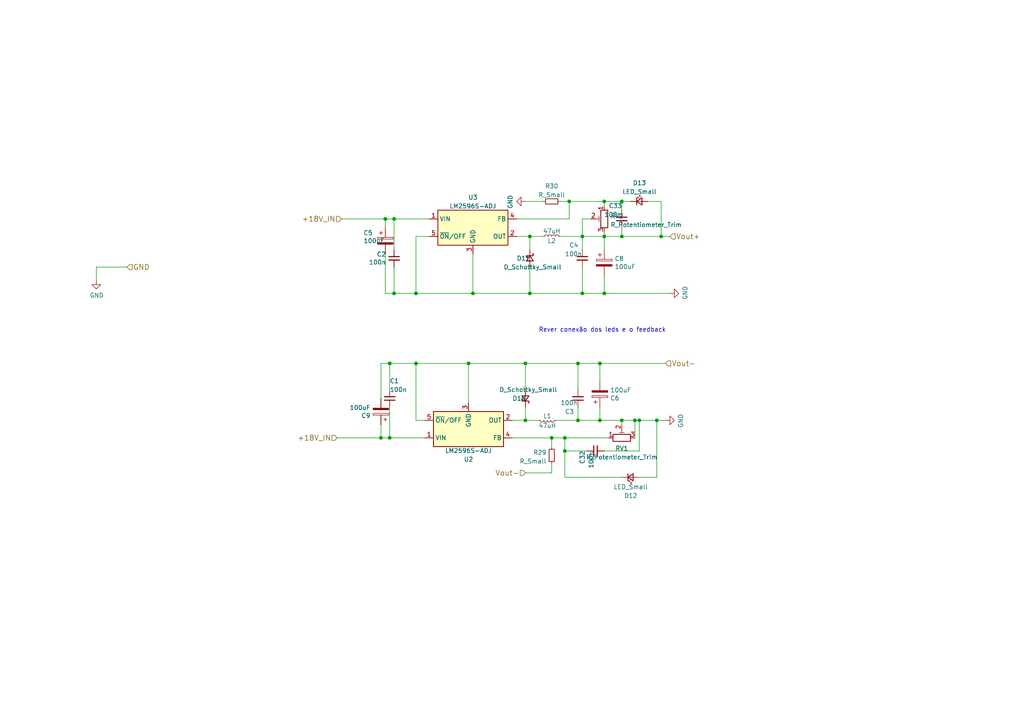
<source format=kicad_sch>
(kicad_sch (version 20211123) (generator eeschema)
  (paper "A4")
  (lib_symbols
    (symbol "Device:C_Polarized" (pin_numbers hide) (pin_names (offset 0.254))
      (property "Reference" "C" (at 0.635 2.54 0))
      (property "Value" "C_Polarized" (at 0.635 -2.54 0))
      (symbol "C_Polarized_0_1"
        (rectangle (start -2.286 0.508) (end 2.286 1.016))
        (polyline (pts (xy -1.778 2.286) (xy -0.762 2.286)))
        (polyline (pts (xy -1.27 2.794) (xy -1.27 1.778)))
        (rectangle (start 2.286 -0.508) (end -2.286 -1.016) (fill (type outline)))
      )
      (symbol "C_Polarized_1_1"
        (pin passive line (at 0 3.81 270) (length 2.794) (name "~") (number "1"))
        (pin passive line (at 0 -3.81 90) (length 2.794) (name "~") (number "2"))
      )
    )
    (symbol "Device:C_Small" (pin_numbers hide) (pin_names (offset 0.254) hide)
      (property "Reference" "C" (at 0.254 1.778 0))
      (property "Value" "C_Small" (at 0.254 -2.032 0))
      (symbol "C_Small_0_1"
        (polyline (pts (xy -1.524 -0.508) (xy 1.524 -0.508)) (stroke (width 0.3302)))
        (polyline (pts (xy -1.524 0.508) (xy 1.524 0.508)) (stroke (width 0.3048)))
      )
      (symbol "C_Small_1_1"
        (pin passive line (at 0 2.54 270) (length 2.032) (name "~") (number "1"))
        (pin passive line (at 0 -2.54 90) (length 2.032) (name "~") (number "2"))
      )
    )
    (symbol "Device:D_Schottky_Small" (pin_numbers hide) (pin_names (offset 0.254) hide)
      (property "Reference" "D" (at -1.27 2.032 0))
      (property "Value" "D_Schottky_Small" (at -7.112 -2.032 0))
      (symbol "D_Schottky_Small_0_1"
        (polyline (pts (xy -0.762 0) (xy 0.762 0)))
        (polyline (pts (xy 0.762 -1.016) (xy -0.762 0) (xy 0.762 1.016) (xy 0.762 -1.016)) (stroke (width 0.254)))
        (polyline (pts (xy -1.27 0.762) (xy -1.27 1.016) (xy -0.762 1.016) (xy -0.762 -1.016) (xy -0.254 -1.016) (xy -0.254 -0.762)) (stroke (width 0.254)))
      )
      (symbol "D_Schottky_Small_1_1"
        (pin passive line (at -2.54 0 0) (length 1.778) (name "K") (number "1"))
        (pin passive line (at 2.54 0 180) (length 1.778) (name "A") (number "2"))
      )
    )
    (symbol "Device:LED_Small" (pin_numbers hide) (pin_names (offset 0.254) hide)
      (property "Reference" "D" (at -1.27 3.175 0))
      (property "Value" "LED_Small" (at -4.445 -2.54 0))
      (symbol "LED_Small_0_1"
        (polyline (pts (xy -0.762 -1.016) (xy -0.762 1.016)) (stroke (width 0.254)))
        (polyline (pts (xy 1.016 0) (xy -0.762 0)))
        (polyline (pts (xy 0.762 -1.016) (xy -0.762 0) (xy 0.762 1.016) (xy 0.762 -1.016)) (stroke (width 0.254)))
        (polyline (pts (xy 0 0.762) (xy -0.508 1.27) (xy -0.254 1.27) (xy -0.508 1.27) (xy -0.508 1.016)))
        (polyline (pts (xy 0.508 1.27) (xy 0 1.778) (xy 0.254 1.778) (xy 0 1.778) (xy 0 1.524)))
      )
      (symbol "LED_Small_1_1"
        (pin passive line (at -2.54 0 0) (length 1.778) (name "K") (number "1"))
        (pin passive line (at 2.54 0 180) (length 1.778) (name "A") (number "2"))
      )
    )
    (symbol "Device:L_Small" (pin_numbers hide) (pin_names (offset 0.254) hide)
      (property "Reference" "L" (at 0.762 1.016 0))
      (property "Value" "L_Small" (at 0.762 -1.016 0))
      (symbol "L_Small_0_1"
        (arc (start 0 -2.032) (mid 0.508 -1.524) (end 0 -1.016))
        (arc (start 0 -1.016) (mid 0.508 -0.508) (end 0 0))
        (arc (start 0 0) (mid 0.508 0.508) (end 0 1.016))
        (arc (start 0 1.016) (mid 0.508 1.524) (end 0 2.032))
      )
      (symbol "L_Small_1_1"
        (pin passive line (at 0 2.54 270) (length 0.508) (name "~") (number "1"))
        (pin passive line (at 0 -2.54 90) (length 0.508) (name "~") (number "2"))
      )
    )
    (symbol "Device:R_Potentiometer_Trim" (pin_names (offset 1.016) hide)
      (property "Reference" "RV" (at -4.445 0 90))
      (property "Value" "R_Potentiometer_Trim" (at -2.54 0 90))
      (symbol "R_Potentiometer_Trim_0_1"
        (polyline (pts (xy 1.524 0.762) (xy 1.524 -0.762)))
        (polyline (pts (xy 2.54 0) (xy 1.524 0)))
        (rectangle (start 1.016 2.54) (end -1.016 -2.54) (stroke (width 0.254)))
      )
      (symbol "R_Potentiometer_Trim_1_1"
        (pin passive line (at 0 3.81 270) (length 1.27) (name "1") (number "1"))
        (pin passive line (at 3.81 0 180) (length 1.27) (name "2") (number "2"))
        (pin passive line (at 0 -3.81 90) (length 1.27) (name "3") (number "3"))
      )
    )
    (symbol "Device:R_Small" (pin_numbers hide) (pin_names (offset 0.254) hide)
      (property "Reference" "R" (at 0.762 0.508 0))
      (property "Value" "R_Small" (at 0.762 -1.016 0))
      (symbol "R_Small_0_1"
        (rectangle (start -0.762 1.778) (end 0.762 -1.778) (stroke (width 0.2032)))
      )
      (symbol "R_Small_1_1"
        (pin passive line (at 0 2.54 270) (length 0.762) (name "~") (number "1"))
        (pin passive line (at 0 -2.54 90) (length 0.762) (name "~") (number "2"))
      )
    )
    (symbol "Regulator_Switching:LM2596S-ADJ"
      (property "Reference" "U" (at -10.16 6.35 0))
      (property "Value" "LM2596S-ADJ" (at 0 6.35 0))
      (symbol "LM2596S-ADJ_0_1"
        (rectangle (start -10.16 5.08) (end 10.16 -5.08) (stroke (width 0.254)) (fill (type background)))
      )
      (symbol "LM2596S-ADJ_1_1"
        (pin power_in line (at -12.7 2.54 0) (length 2.54) (name "VIN") (number "1"))
        (pin output line (at 12.7 -2.54 180) (length 2.54) (name "OUT") (number "2"))
        (pin power_in line (at 0 -7.62 90) (length 2.54) (name "GND") (number "3"))
        (pin input line (at 12.7 2.54 180) (length 2.54) (name "FB") (number "4"))
        (pin input line (at -12.7 -2.54 0) (length 2.54) (name "~{ON}/OFF") (number "5"))
      )
    )
    (symbol "power:GND" (power) (pin_names (offset 0))
      (property "Value" "GND" (at 0 -3.81 0))
      (symbol "GND_0_1"
        (polyline (pts (xy 0 0) (xy 0 -1.27) (xy 1.27 -1.27) (xy 0 -2.54) (xy -1.27 -1.27) (xy 0 -1.27)))
      )
      (symbol "GND_1_1"
        (pin power_in line (at 0 0 270) (length 0) hide (name "GND") (number "1"))
      )
    )
  )
  (junction (at 111.76 63.5))
  (junction (at 160.02 127))
  (junction (at 175.26 58.42))
  (junction (at 184.15 121.92))
  (junction (at 153.67 85.09))
  (junction (at 120.65 105.41))
  (junction (at 110.49 127))
  (junction (at 152.4 105.41))
  (junction (at 135.89 105.41))
  (junction (at 185.42 121.92))
  (junction (at 114.3 85.09))
  (junction (at 190.5 121.92))
  (junction (at 152.4 121.92))
  (junction (at 167.64 105.41))
  (junction (at 120.65 85.09))
  (junction (at 153.67 68.58))
  (junction (at 163.83 127))
  (junction (at 191.77 68.58))
  (junction (at 175.26 68.58))
  (junction (at 168.91 68.58))
  (junction (at 168.91 85.09))
  (junction (at 167.64 121.92))
  (junction (at 113.03 105.41))
  (junction (at 137.16 85.09))
  (junction (at 165.1 58.42))
  (junction (at 173.99 105.41))
  (junction (at 163.83 130.81))
  (junction (at 180.34 68.58))
  (junction (at 175.26 85.09))
  (junction (at 173.99 121.92))
  (junction (at 114.3 63.5))
  (junction (at 113.03 127))
  (junction (at 180.34 121.92))
  (junction (at 180.34 58.42))
  (wire (pts (xy 168.91 63.5) (xy 168.91 68.58)))
  (wire (pts (xy 152.4 118.11) (xy 152.4 121.92)))
  (wire (pts (xy 167.64 105.41) (xy 173.99 105.41)))
  (wire (pts (xy 120.65 68.58) (xy 124.46 68.58)))
  (wire (pts (xy 27.94 77.47) (xy 36.83 77.47)))
  (wire (pts (xy 114.3 77.47) (xy 114.3 85.09)))
  (wire (pts (xy 110.49 105.41) (xy 110.49 115.57)))
  (wire (pts (xy 184.15 121.92) (xy 185.42 121.92)))
  (wire (pts (xy 180.34 121.92) (xy 180.34 123.19)))
  (wire (pts (xy 135.89 105.41) (xy 152.4 105.41)))
  (wire (pts (xy 27.94 81.28) (xy 27.94 77.47)))
  (wire (pts (xy 163.83 138.43) (xy 180.34 138.43)))
  (wire (pts (xy 191.77 68.58) (xy 194.31 68.58)))
  (wire (pts (xy 165.1 58.42) (xy 175.26 58.42)))
  (wire (pts (xy 111.76 85.09) (xy 114.3 85.09)))
  (wire (pts (xy 173.99 121.92) (xy 173.99 118.11)))
  (wire (pts (xy 175.26 68.58) (xy 175.26 72.39)))
  (wire (pts (xy 185.42 130.81) (xy 185.42 121.92)))
  (wire (pts (xy 167.64 105.41) (xy 152.4 105.41)))
  (wire (pts (xy 173.99 121.92) (xy 180.34 121.92)))
  (wire (pts (xy 111.76 63.5) (xy 114.3 63.5)))
  (wire (pts (xy 187.96 58.42) (xy 191.77 58.42)))
  (wire (pts (xy 167.64 113.03) (xy 167.64 105.41)))
  (wire (pts (xy 160.02 134.62) (xy 160.02 137.16)))
  (wire (pts (xy 162.56 58.42) (xy 165.1 58.42)))
  (wire (pts (xy 113.03 113.03) (xy 113.03 105.41)))
  (wire (pts (xy 99.06 63.5) (xy 111.76 63.5)))
  (wire (pts (xy 163.83 127) (xy 163.83 130.81)))
  (wire (pts (xy 110.49 123.19) (xy 110.49 127)))
  (wire (pts (xy 180.34 58.42) (xy 180.34 60.96)))
  (wire (pts (xy 114.3 72.39) (xy 114.3 63.5)))
  (wire (pts (xy 114.3 85.09) (xy 120.65 85.09)))
  (wire (pts (xy 120.65 121.92) (xy 120.65 105.41)))
  (wire (pts (xy 152.4 121.92) (xy 156.21 121.92)))
  (wire (pts (xy 153.67 68.58) (xy 149.86 68.58)))
  (wire (pts (xy 168.91 68.58) (xy 168.91 72.39)))
  (wire (pts (xy 180.34 58.42) (xy 175.26 58.42)))
  (wire (pts (xy 113.03 105.41) (xy 120.65 105.41)))
  (wire (pts (xy 168.91 63.5) (xy 171.45 63.5)))
  (wire (pts (xy 113.03 105.41) (xy 110.49 105.41)))
  (wire (pts (xy 120.65 85.09) (xy 137.16 85.09)))
  (wire (pts (xy 180.34 66.04) (xy 180.34 68.58)))
  (wire (pts (xy 152.4 137.16) (xy 160.02 137.16)))
  (wire (pts (xy 175.26 130.81) (xy 185.42 130.81)))
  (wire (pts (xy 163.83 130.81) (xy 163.83 138.43)))
  (wire (pts (xy 191.77 58.42) (xy 191.77 68.58)))
  (wire (pts (xy 153.67 68.58) (xy 157.48 68.58)))
  (wire (pts (xy 111.76 63.5) (xy 111.76 66.04)))
  (wire (pts (xy 173.99 110.49) (xy 173.99 105.41)))
  (wire (pts (xy 180.34 68.58) (xy 191.77 68.58)))
  (wire (pts (xy 175.26 68.58) (xy 180.34 68.58)))
  (wire (pts (xy 97.79 127) (xy 110.49 127)))
  (wire (pts (xy 135.89 116.84) (xy 135.89 105.41)))
  (wire (pts (xy 153.67 72.39) (xy 153.67 68.58)))
  (wire (pts (xy 160.02 127) (xy 160.02 129.54)))
  (wire (pts (xy 184.15 121.92) (xy 184.15 127)))
  (wire (pts (xy 190.5 121.92) (xy 193.04 121.92)))
  (wire (pts (xy 137.16 73.66) (xy 137.16 85.09)))
  (wire (pts (xy 161.29 121.92) (xy 167.64 121.92)))
  (wire (pts (xy 167.64 121.92) (xy 167.64 118.11)))
  (wire (pts (xy 152.4 58.42) (xy 157.48 58.42)))
  (wire (pts (xy 162.56 68.58) (xy 168.91 68.58)))
  (wire (pts (xy 168.91 68.58) (xy 175.26 68.58)))
  (wire (pts (xy 111.76 73.66) (xy 111.76 85.09)))
  (wire (pts (xy 165.1 58.42) (xy 165.1 63.5)))
  (wire (pts (xy 163.83 130.81) (xy 170.18 130.81)))
  (wire (pts (xy 175.26 80.01) (xy 175.26 85.09)))
  (wire (pts (xy 137.16 85.09) (xy 153.67 85.09)))
  (wire (pts (xy 180.34 121.92) (xy 184.15 121.92)))
  (wire (pts (xy 175.26 67.31) (xy 175.26 68.58)))
  (wire (pts (xy 185.42 121.92) (xy 190.5 121.92)))
  (wire (pts (xy 148.59 127) (xy 160.02 127)))
  (wire (pts (xy 152.4 121.92) (xy 148.59 121.92)))
  (wire (pts (xy 163.83 127) (xy 176.53 127)))
  (wire (pts (xy 168.91 85.09) (xy 175.26 85.09)))
  (wire (pts (xy 182.88 58.42) (xy 180.34 58.42)))
  (wire (pts (xy 120.65 85.09) (xy 120.65 68.58)))
  (wire (pts (xy 113.03 127) (xy 123.19 127)))
  (wire (pts (xy 113.03 118.11) (xy 113.03 127)))
  (wire (pts (xy 114.3 63.5) (xy 124.46 63.5)))
  (wire (pts (xy 190.5 121.92) (xy 190.5 138.43)))
  (wire (pts (xy 168.91 85.09) (xy 153.67 85.09)))
  (wire (pts (xy 168.91 77.47) (xy 168.91 85.09)))
  (wire (pts (xy 175.26 85.09) (xy 194.31 85.09)))
  (wire (pts (xy 175.26 58.42) (xy 175.26 59.69)))
  (wire (pts (xy 173.99 105.41) (xy 193.04 105.41)))
  (wire (pts (xy 160.02 127) (xy 163.83 127)))
  (wire (pts (xy 153.67 77.47) (xy 153.67 85.09)))
  (wire (pts (xy 167.64 121.92) (xy 173.99 121.92)))
  (wire (pts (xy 110.49 127) (xy 113.03 127)))
  (wire (pts (xy 120.65 105.41) (xy 135.89 105.41)))
  (wire (pts (xy 152.4 113.03) (xy 152.4 105.41)))
  (wire (pts (xy 123.19 121.92) (xy 120.65 121.92)))
  (wire (pts (xy 149.86 63.5) (xy 165.1 63.5)))
  (wire (pts (xy 190.5 138.43) (xy 185.42 138.43)))
  (text "Rever conexão dos leds e o feedback\n" (at 156.21 96.52 0) (effects (font (size 1.27 1.27)) (justify left bottom)))
  (hierarchical_label "Vout-" (shape input) (at 152.4 137.16 180) (effects (font (size 1.524 1.524))))
  (hierarchical_label "+18V_IN" (shape input) (at 99.06 63.5 180) (effects (font (size 1.524 1.524))))
  (hierarchical_label "Vout-" (shape input) (at 193.04 105.41 0) (effects (font (size 1.524 1.524))))
  (hierarchical_label "Vout+" (shape input) (at 194.31 68.58 0) (effects (font (size 1.524 1.524))))
  (hierarchical_label "GND" (shape input) (at 36.83 77.47 0) (effects (font (size 1.524 1.524))))
  (hierarchical_label "+18V_IN" (shape input) (at 97.79 127 180) (effects (font (size 1.524 1.524))))
  (symbol (lib_id "power:GND") (at 27.94 81.28 0) (unit 1)
    (property "Reference" "#PWR01" (effects hide))
    (property "Value" "GND" (at 28.067 85.6742 0))
  )
  (symbol (lib_id "power:GND") (at 194.31 85.09 90) (unit 1)
    (property "Reference" "#PWR02" (effects hide))
    (property "Value" "GND" (at 198.7042 84.963 0))
  )
  (symbol (lib_id "Device:C_Polarized") (at 111.76 69.85 0) (unit 1)
    (property "Reference" "C5" (at 105.41 67.5386 0) (effects (justify left)))
    (property "Value" "100uF" (at 105.41 69.85 0) (effects (justify left)))
    (property "Footprint" "Capacitor_Tantalum_SMD:CP_EIA-6032-20_AVX-F_Pad2.25x2.35mm_HandSolder" (effects hide))
  )
  (symbol (lib_id "Device:R_Small") (at 160.02 132.08 0) (mirror x) (unit 1)
    (property "Reference" "R29" (at 158.5214 131.2453 0) (effects (justify right)))
    (property "Value" "R_Small" (at 158.5214 133.7822 0) (effects (justify right)))
    (property "Footprint" "Resistor_SMD:R_0805_2012Metric_Pad1.20x1.40mm_HandSolder" (effects hide))
  )
  (symbol (lib_id "Device:R_Potentiometer_Trim") (at 175.26 63.5 0) (mirror y) (unit 1)
    (property "Reference" "RV2" (at 177.038 62.6653 0) (effects (justify right)))
    (property "Value" "R_Potentiometer_Trim" (at 177.038 65.2022 0) (effects (justify right)))
    (property "Footprint" "Potentiometer_THT:Potentiometer_Bourns_3296W_Vertical" (effects hide))
  )
  (symbol (lib_id "Device:L_Small") (at 158.75 121.92 90) (mirror x) (unit 1)
    (property "Reference" "L1" (at 158.75 120.65 90))
    (property "Value" "47uH" (at 158.75 123.4639 90))
  )
  (symbol (lib_id "Device:R_Small") (at 160.02 58.42 90) (unit 1)
    (property "Reference" "R30" (at 160.02 53.9836 90))
    (property "Value" "R_Small" (at 160.02 56.5205 90))
    (property "Footprint" "Resistor_SMD:R_0805_2012Metric_Pad1.20x1.40mm_HandSolder" (effects hide))
  )
  (symbol (lib_id "Device:LED_Small") (at 185.42 58.42 0) (unit 1)
    (property "Reference" "D13" (at 185.4835 53.0692 0))
    (property "Value" "LED_Small" (at 185.4835 55.6061 0))
    (property "Footprint" "LED_SMD:LED_0805_2012Metric_Pad1.15x1.40mm_HandSolder" (effects hide))
  )
  (symbol (lib_id "Regulator_Switching:LM2596S-ADJ") (at 137.16 66.04 0) (unit 1)
    (property "Reference" "U3" (at 137.16 57.2602 0))
    (property "Value" "LM2596S-ADJ" (at 137.16 59.7971 0))
    (property "Footprint" "Package_TO_SOT_SMD:TO-263-5_TabPin3" (effects hide))
    (property "Datasheet" "http://www.ti.com/lit/ds/symlink/lm2596.pdf" (effects hide))
  )
  (symbol (lib_id "Device:C_Small") (at 167.64 115.57 0) (mirror x) (unit 1)
    (property "Reference" "C3" (at 163.83 119.38 0) (effects (justify left)))
    (property "Value" "100n" (at 162.56 116.84 0) (effects (justify left)))
    (property "Footprint" "Capacitor_SMD:C_0805_2012Metric_Pad1.18x1.45mm_HandSolder" (effects hide))
  )
  (symbol (lib_id "power:GND") (at 193.04 121.92 90) (mirror x) (unit 1)
    (property "Reference" "#PWR048" (effects hide))
    (property "Value" "GND" (at 197.4342 122.047 0))
  )
  (symbol (lib_id "Device:C_Polarized") (at 173.99 114.3 0) (mirror x) (unit 1)
    (property "Reference" "C6" (at 176.9872 115.4684 0) (effects (justify left)))
    (property "Value" "100uF" (at 176.9872 113.157 0) (effects (justify left)))
    (property "Footprint" "Capacitor_Tantalum_SMD:CP_EIA-6032-20_AVX-F_Pad2.25x2.35mm_HandSolder" (effects hide))
  )
  (symbol (lib_id "Device:C_Small") (at 113.03 115.57 0) (mirror x) (unit 1)
    (property "Reference" "C1" (at 113.03 110.49 0) (effects (justify left)))
    (property "Value" "100n" (at 113.03 113.03 0) (effects (justify left)))
    (property "Footprint" "Capacitor_SMD:C_0805_2012Metric_Pad1.18x1.45mm_HandSolder" (effects hide))
  )
  (symbol (lib_id "Device:C_Small") (at 172.72 130.81 90) (unit 1)
    (property "Reference" "C32" (at 168.91 134.62 0) (effects (justify left)))
    (property "Value" "100n" (at 171.45 135.89 0) (effects (justify left)))
    (property "Footprint" "Capacitor_SMD:C_0805_2012Metric_Pad1.18x1.45mm_HandSolder" (effects hide))
  )
  (symbol (lib_id "Device:LED_Small") (at 182.88 138.43 0) (mirror x) (unit 1)
    (property "Reference" "D12" (at 182.9435 143.7808 0))
    (property "Value" "LED_Small" (at 182.9435 141.2439 0))
    (property "Footprint" "LED_SMD:LED_0805_2012Metric_Pad1.15x1.40mm_HandSolder" (effects hide))
  )
  (symbol (lib_id "Device:D_Schottky_Small") (at 152.4 115.57 270) (mirror x) (unit 1)
    (property "Reference" "D10" (at 148.59 115.57 90) (effects (justify left)))
    (property "Value" "D_Schottky_Small" (at 144.78 113.03 90) (effects (justify left)))
    (property "Footprint" "eec:Vishayss24" (effects hide))
  )
  (symbol (lib_id "Device:L_Small") (at 160.02 68.58 90) (unit 1)
    (property "Reference" "L2" (at 160.02 69.85 90))
    (property "Value" "47uH" (at 160.02 67.0361 90))
  )
  (symbol (lib_id "Device:C_Small") (at 180.34 63.5 0) (unit 1)
    (property "Reference" "C33" (at 176.53 59.69 0) (effects (justify left)))
    (property "Value" "100n" (at 175.26 62.23 0) (effects (justify left)))
    (property "Footprint" "Capacitor_SMD:C_0805_2012Metric_Pad1.18x1.45mm_HandSolder" (effects hide))
  )
  (symbol (lib_id "Device:C_Small") (at 168.91 74.93 0) (unit 1)
    (property "Reference" "C4" (at 165.1 71.12 0) (effects (justify left)))
    (property "Value" "100n" (at 163.83 73.66 0) (effects (justify left)))
    (property "Footprint" "Capacitor_SMD:C_0805_2012Metric_Pad1.18x1.45mm_HandSolder" (effects hide))
  )
  (symbol (lib_id "Device:C_Polarized") (at 110.49 119.38 180) (unit 1)
    (property "Reference" "C9" (at 107.4928 120.5484 0) (effects (justify left)))
    (property "Value" "100uF" (at 107.4928 118.237 0) (effects (justify left)))
    (property "Footprint" "Capacitor_Tantalum_SMD:CP_EIA-6032-20_AVX-F_Pad2.25x2.35mm_HandSolder" (effects hide))
  )
  (symbol (lib_id "Regulator_Switching:LM2596S-ADJ") (at 135.89 124.46 0) (mirror x) (unit 1)
    (property "Reference" "U2" (at 135.89 133.2398 0))
    (property "Value" "LM2596S-ADJ" (at 135.89 130.7029 0))
    (property "Footprint" "Package_TO_SOT_SMD:TO-263-5_TabPin3" (effects hide))
    (property "Datasheet" "http://www.ti.com/lit/ds/symlink/lm2596.pdf" (effects hide))
  )
  (symbol (lib_id "Device:C_Small") (at 114.3 74.93 0) (mirror y) (unit 1)
    (property "Reference" "C2" (at 111.9632 73.7616 0) (effects (justify left)))
    (property "Value" "100n" (at 111.9632 76.073 0) (effects (justify left)))
    (property "Footprint" "Capacitor_SMD:C_0805_2012Metric_Pad1.18x1.45mm_HandSolder" (effects hide))
  )
  (symbol (lib_id "Device:C_Polarized") (at 175.26 76.2 0) (unit 1)
    (property "Reference" "C8" (at 178.2572 75.0316 0) (effects (justify left)))
    (property "Value" "100uF" (at 178.2572 77.343 0) (effects (justify left)))
    (property "Footprint" "Capacitor_Tantalum_SMD:CP_EIA-6032-20_AVX-F_Pad2.25x2.35mm_HandSolder" (effects hide))
  )
  (symbol (lib_id "power:GND") (at 152.4 58.42 270) (unit 1)
    (property "Reference" "#PWR049" (effects hide))
    (property "Value" "GND" (at 148.0058 58.547 0))
  )
  (symbol (lib_id "Device:R_Potentiometer_Trim") (at 180.34 127 90) (unit 1)
    (property "Reference" "RV1" (at 180.34 130.0464 90))
    (property "Value" "R_Potentiometer_Trim" (at 180.34 132.5833 90))
    (property "Footprint" "Potentiometer_THT:Potentiometer_Bourns_3296W_Vertical" (effects hide))
  )
  (symbol (lib_id "Device:D_Schottky_Small") (at 153.67 74.93 270) (unit 1)
    (property "Reference" "D11" (at 149.86 74.93 90) (effects (justify left)))
    (property "Value" "D_Schottky_Small" (at 146.05 77.47 90) (effects (justify left)))
    (property "Footprint" "eec:Vishayss24" (effects hide))
  )
)
</source>
